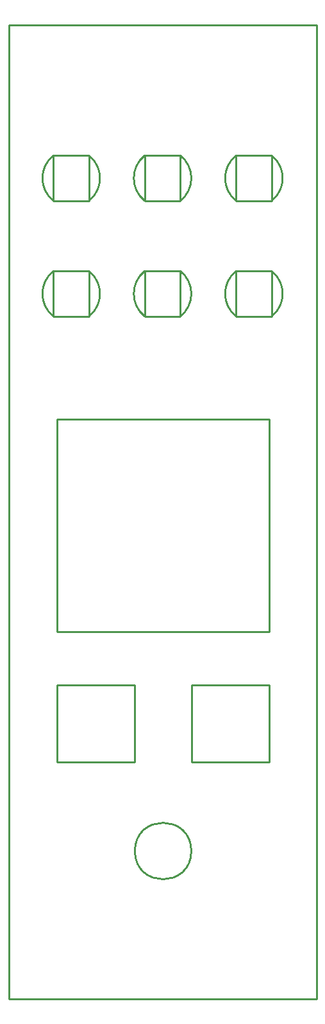
<source format=gko>
G04 Layer: BoardOutlineLayer*
G04 EasyEDA v6.5.29, 2023-07-18 11:26:45*
G04 f5dd1875718348fc98e1e87d03b919b8,5a6b42c53f6a479593ecc07194224c93,10*
G04 Gerber Generator version 0.2*
G04 Scale: 100 percent, Rotated: No, Reflected: No *
G04 Dimensions in millimeters *
G04 leading zeros omitted , absolute positions ,4 integer and 5 decimal *
%FSLAX45Y45*%
%MOMM*%

%ADD10C,0.2540*%
D10*
X0Y12839700D02*
G01*
X4064000Y12839700D01*
X4064000Y0D01*
X0Y0D01*
X0Y12839700D01*
G75*
G01*
X3472597Y8997147D02*
G03*
X3472353Y9595843I-234196J299253D01*
X3472352Y9595843D02*
G01*
X3472596Y8997147D01*
X3004002Y9596399D02*
G01*
X3004002Y8996400D01*
X3004002Y8996400D02*
G01*
X3473002Y8996400D01*
X3473002Y8996400D02*
G01*
X3473002Y9596399D01*
X3473002Y9596399D02*
G01*
X3004002Y9596399D01*
G75*
G01*
X3004205Y8997147D02*
G02*
X3004449Y9595843I234195J299253D01*
X3004449Y9595843D02*
G01*
X3004205Y8997147D01*
G75*
G01*
X3472597Y10521147D02*
G03*
X3472353Y11119843I-234196J299253D01*
X3472352Y11119843D02*
G01*
X3472596Y10521147D01*
X3004002Y11120399D02*
G01*
X3004002Y10520400D01*
X3004002Y10520400D02*
G01*
X3473002Y10520400D01*
X3473002Y10520400D02*
G01*
X3473002Y11120399D01*
X3473002Y11120399D02*
G01*
X3004002Y11120399D01*
G75*
G01*
X3004205Y10521147D02*
G02*
X3004449Y11119843I234195J299253D01*
X3004449Y11119843D02*
G01*
X3004205Y10521147D01*
G75*
G01*
X1797705Y10521147D02*
G02*
X1797949Y11119843I234195J299253D01*
X1797949Y11119843D02*
G01*
X1797705Y10521147D01*
X1797502Y11120399D02*
G01*
X1797502Y10520400D01*
X1797502Y10520400D02*
G01*
X2266502Y10520400D01*
X2266502Y10520400D02*
G01*
X2266502Y11120399D01*
X2266502Y11120399D02*
G01*
X1797502Y11120399D01*
G75*
G01*
X2266097Y10521147D02*
G03*
X2265853Y11119843I-234196J299253D01*
X2265852Y11119843D02*
G01*
X2266096Y10521147D01*
G75*
G01*
X1797705Y8997147D02*
G02*
X1797949Y9595843I234195J299253D01*
X1797949Y9595843D02*
G01*
X1797705Y8997147D01*
X1797502Y9596399D02*
G01*
X1797502Y8996400D01*
X1797502Y8996400D02*
G01*
X2266502Y8996400D01*
X2266502Y8996400D02*
G01*
X2266502Y9596399D01*
X2266502Y9596399D02*
G01*
X1797502Y9596399D01*
G75*
G01*
X2266097Y8997147D02*
G03*
X2265853Y9595843I-234196J299253D01*
X2265852Y9595843D02*
G01*
X2266096Y8997147D01*
G75*
G01*
X1059597Y8997147D02*
G03*
X1059353Y9595843I-234196J299253D01*
X1059352Y9595843D02*
G01*
X1059596Y8997147D01*
X591002Y9596399D02*
G01*
X591002Y8996400D01*
X591002Y8996400D02*
G01*
X1060002Y8996400D01*
X1060002Y8996400D02*
G01*
X1060002Y9596399D01*
X1060002Y9596399D02*
G01*
X591002Y9596399D01*
G75*
G01*
X591205Y8997147D02*
G02*
X591449Y9595843I234195J299253D01*
X591449Y9595843D02*
G01*
X591205Y8997147D01*
G75*
G01*
X1059597Y10521147D02*
G03*
X1059353Y11119843I-234196J299253D01*
X1059352Y11119843D02*
G01*
X1059596Y10521147D01*
X591002Y11120399D02*
G01*
X591002Y10520400D01*
X591002Y10520400D02*
G01*
X1060002Y10520400D01*
X1060002Y10520400D02*
G01*
X1060002Y11120399D01*
X1060002Y11120399D02*
G01*
X591002Y11120399D01*
G75*
G01*
X591205Y10521147D02*
G02*
X591449Y11119843I234195J299253D01*
X591449Y11119843D02*
G01*
X591205Y10521147D01*
X641024Y7641209D02*
G01*
X641024Y4841214D01*
X641024Y4841214D02*
G01*
X3441019Y4841214D01*
X3441019Y4841214D02*
G01*
X3441019Y7641209D01*
X3441019Y7641209D02*
G01*
X641024Y7641209D01*
X2419024Y4136009D02*
G01*
X2419024Y3116008D01*
X2419024Y3116008D02*
G01*
X3439025Y3116008D01*
X3439025Y3116008D02*
G01*
X3439025Y4136009D01*
X3439025Y4136009D02*
G01*
X2419024Y4136009D01*
X641024Y4136009D02*
G01*
X641024Y3116008D01*
X641024Y3116008D02*
G01*
X1661025Y3116008D01*
X1661025Y3116008D02*
G01*
X1661025Y4136009D01*
X1661025Y4136009D02*
G01*
X641024Y4136009D01*
G75*
G01*
X1666494Y1946885D02*
G02*
X2411893Y1946885I372699J0D01*
G75*
G01*
X2411893Y1946885D02*
G02*
X1666494Y1946885I-372700J0D01*
X1666493Y1946884D02*
G01*
X1666493Y1946884D01*

%LPD*%
M02*

</source>
